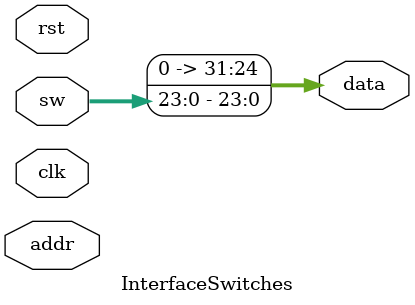
<source format=v>
`timescale 1ns / 1ps


module InterfaceSwitches(
    input [23:0] sw,
    input clk,
    input rst,
    input [31:0] addr,
     
    output [31:0] data
    
    );
    
    assign data ={8'h00 , sw};
    
    
endmodule

</source>
